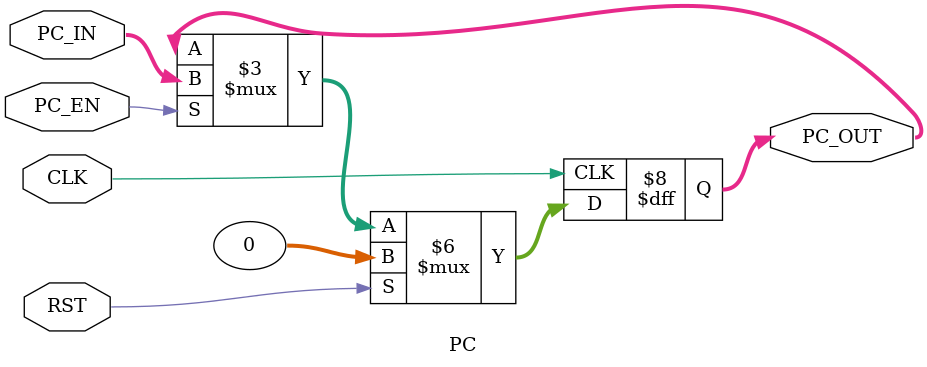
<source format=sv>
`timescale 1ns/1ps

module PC(
    input CLK,
    input RST,
    input PC_EN,
    input [31:0] PC_IN,
    output logic [31:0] PC_OUT
);

    always_ff @ (posedge CLK) begin
        if (RST) begin
            PC_OUT <= 32'h0000_0000;
        end
        else if (PC_EN) begin
            PC_OUT <= PC_IN;
        end 
        else
            PC_OUT <= PC_OUT;
    end

endmodule
</source>
